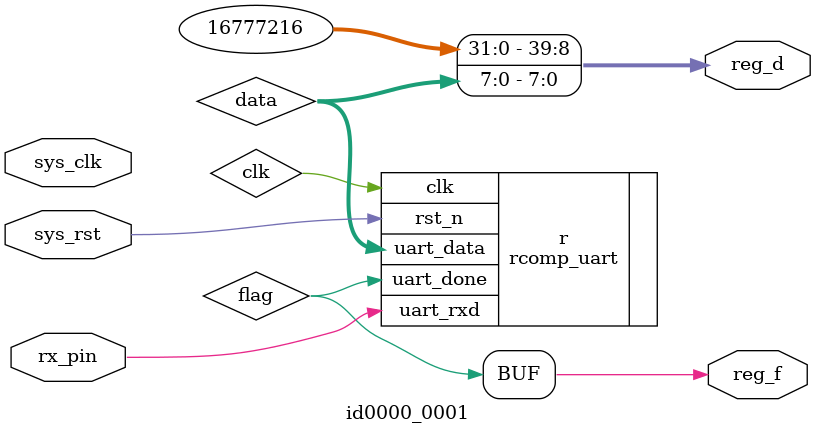
<source format=v>

module id0000_0001(
	input			sys_clk,
	input			sys_rst,	
	
    // to reg
    output          reg_f,
    output  [39:0]  reg_d,

    // pin 
	input			rx_pin
);

wire [7:0]  data;
wire        flag;

// 例化串口接收组件
rcomp_uart r
(
    .clk(clk),
    .rst_n(sys_rst),
    .uart_rxd(rx_pin),
    .uart_done(flag),
    .uart_data(data)
);

// 传感器逻辑处理电路
assign reg_f = flag;
assign reg_d = {32'h0100_0000, data};

endmodule

</source>
